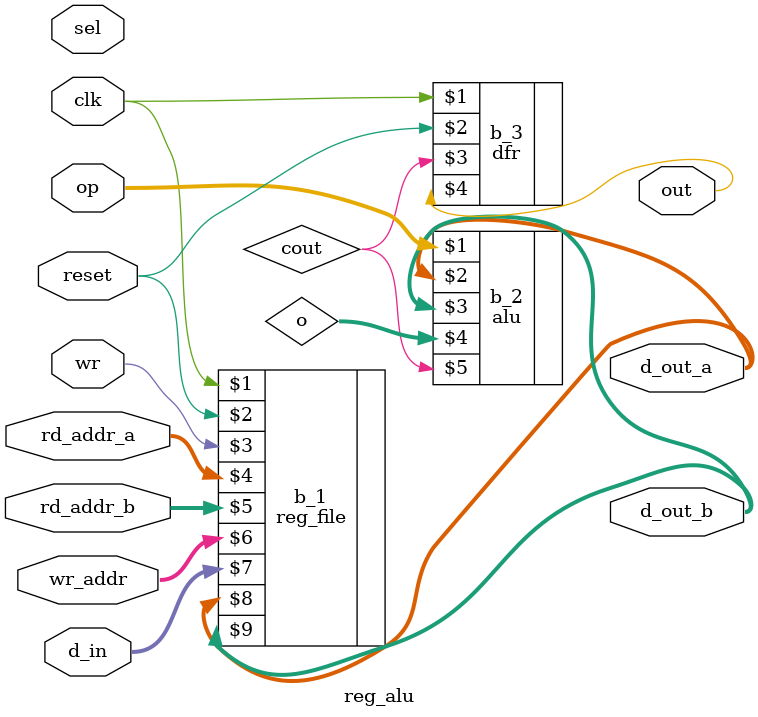
<source format=v>
module mux2_16(input wire [15:0] a, b, input wire s, output wire [15:0] o);

mux2 a_0(a[0],b[0],s,o[0]);
mux2 a_1(a[1],b[1],s,o[1]);
mux2 a_2(a[2],b[2],s,o[2]);
mux2 a_3(a[3],b[3],s,o[3]);
mux2 a_4(a[4],b[4],s,o[4]);
mux2 a_5(a[5],b[5],s,o[5]);
mux2 a_6(a[6],b[6],s,o[6]);
mux2 a_7(a[7],b[7],s,o[7]);
mux2 a_8(a[8],b[8],s,o[8]);
mux2 a_9(a[9],b[9],s,o[9]);
mux2 a_10(a[10],b[10],s,o[10]);
mux2 a_11(a[11],b[11],s,o[11]);
mux2 a_12(a[12],b[12],s,o[12]);
mux2 a_13(a[13],b[13],s,o[13]);
mux2 a_14(a[14],b[14],s,o[14]);
mux2 a_15(a[15],b[15],s,o[15]);

endmodule

module reg_alu( input wire clk, reset, sel, wr, input wire [1:0] op, input wire [2:0] rd_addr_a, rd_addr_b, wr_addr, input wire [15:0] d_in, output wire [15:0] d_out_a, d_out_b, output wire out);
wire [15:0] o, d_in1;
wire cout;

mux2_16 b_0( d_in, o, sel, d_in1);

reg_file b_1( clk, reset, wr,  rd_addr_a, rd_addr_b, wr_addr, d_in, d_out_a, d_out_b);

alu b_2( op, d_out_a, d_out_b, o, cout);

dfr b_3( clk, reset, cout, out);

endmodule

</source>
